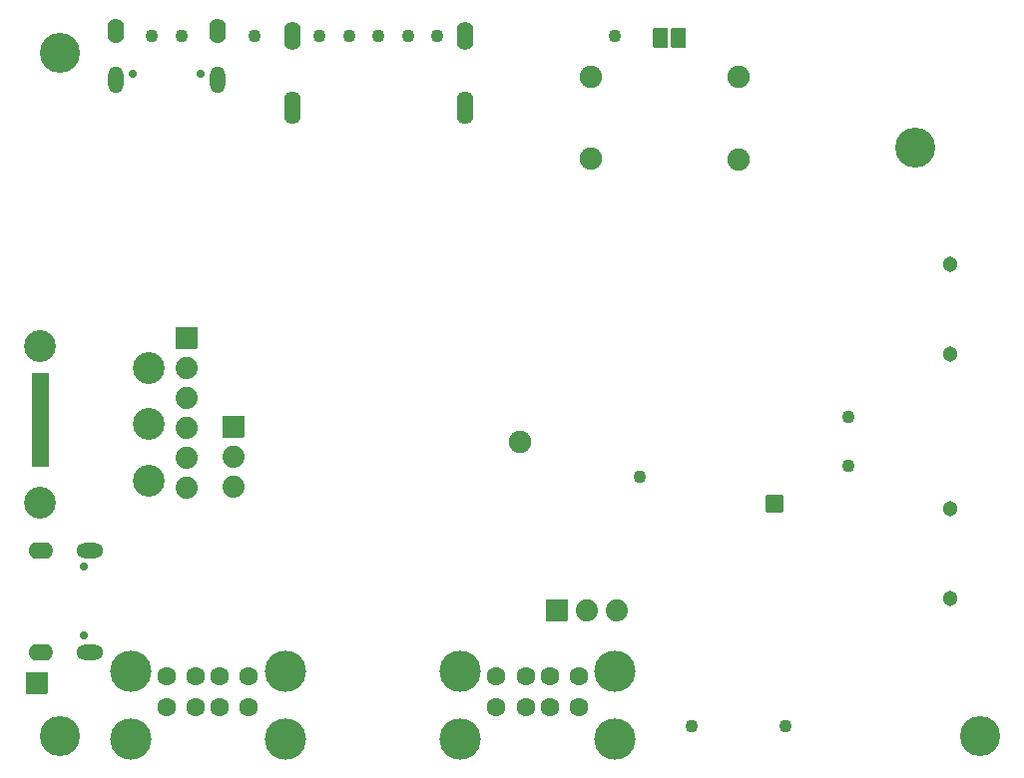
<source format=gbr>
%TF.GenerationSoftware,KiCad,Pcbnew,7.0.9-7.0.9~ubuntu22.04.1*%
%TF.CreationDate,2025-04-18T14:33:26+03:00*%
%TF.ProjectId,RP2350pc_Rev_A,52503233-3530-4706-935f-5265765f412e,A*%
%TF.SameCoordinates,PX68e7780PY7735940*%
%TF.FileFunction,Soldermask,Bot*%
%TF.FilePolarity,Negative*%
%FSLAX46Y46*%
G04 Gerber Fmt 4.6, Leading zero omitted, Abs format (unit mm)*
G04 Created by KiCad (PCBNEW 7.0.9-7.0.9~ubuntu22.04.1) date 2025-04-18 14:33:26*
%MOMM*%
%LPD*%
G01*
G04 APERTURE LIST*
G04 Aperture macros list*
%AMRoundRect*
0 Rectangle with rounded corners*
0 $1 Rounding radius*
0 $2 $3 $4 $5 $6 $7 $8 $9 X,Y pos of 4 corners*
0 Add a 4 corners polygon primitive as box body*
4,1,4,$2,$3,$4,$5,$6,$7,$8,$9,$2,$3,0*
0 Add four circle primitives for the rounded corners*
1,1,$1+$1,$2,$3*
1,1,$1+$1,$4,$5*
1,1,$1+$1,$6,$7*
1,1,$1+$1,$8,$9*
0 Add four rect primitives between the rounded corners*
20,1,$1+$1,$2,$3,$4,$5,0*
20,1,$1+$1,$4,$5,$6,$7,0*
20,1,$1+$1,$6,$7,$8,$9,0*
20,1,$1+$1,$8,$9,$2,$3,0*%
G04 Aperture macros list end*
%ADD10C,3.401600*%
%ADD11RoundRect,0.050800X-0.889000X0.889000X-0.889000X-0.889000X0.889000X-0.889000X0.889000X0.889000X0*%
%ADD12C,1.879600*%
%ADD13O,1.401600X2.401600*%
%ADD14O,1.401600X2.801600*%
%ADD15C,3.501600*%
%ADD16C,1.601600*%
%ADD17C,1.901600*%
%ADD18C,1.101600*%
%ADD19C,1.301600*%
%ADD20RoundRect,0.050800X-0.889000X-0.889000X0.889000X-0.889000X0.889000X0.889000X-0.889000X0.889000X0*%
%ADD21RoundRect,0.050800X0.889000X0.889000X-0.889000X0.889000X-0.889000X-0.889000X0.889000X-0.889000X0*%
%ADD22C,0.701600*%
%ADD23O,2.301600X1.301600*%
%ADD24O,2.101600X1.401600*%
%ADD25C,2.701600*%
%ADD26O,1.301600X2.301600*%
%ADD27O,1.401600X2.101600*%
%ADD28RoundRect,0.050800X0.700000X0.700000X-0.700000X0.700000X-0.700000X-0.700000X0.700000X-0.700000X0*%
%ADD29RoundRect,0.050800X-0.584200X-0.800100X0.584200X-0.800100X0.584200X0.800100X-0.584200X0.800100X0*%
G04 APERTURE END LIST*
D10*
%TO.C,MH1*%
X3500000Y3500000D03*
%TD*%
%TO.C,MH3*%
X76000000Y53500000D03*
%TD*%
%TO.C,MH4*%
X81500000Y3500000D03*
%TD*%
%TO.C,MH2*%
X3500000Y61500000D03*
%TD*%
D11*
%TO.C,SWD1*%
X18200000Y29740000D03*
D12*
X18200000Y27200000D03*
X18200000Y24660000D03*
%TD*%
D13*
%TO.C,DVI1*%
X23200000Y62950000D03*
D14*
X23200000Y56900000D03*
D13*
X37800000Y62950000D03*
D14*
X37800000Y56900000D03*
%TD*%
D15*
%TO.C,USB_HOST1-2*%
X9430000Y9000000D03*
X9430000Y3300000D03*
X22570000Y9000000D03*
X22570000Y3300000D03*
D16*
X12500000Y8620000D03*
X15000000Y8620000D03*
X17000000Y8620000D03*
X19500000Y8620000D03*
X12500000Y6000000D03*
X15000000Y6000000D03*
X17000000Y6000000D03*
X19500000Y6000000D03*
%TD*%
D17*
%TO.C,Line-In1*%
X48500000Y59525000D03*
X48500000Y52525000D03*
%TD*%
%TO.C,HEADSETS1*%
X61000000Y59500000D03*
X61000000Y52500000D03*
%TD*%
D18*
%TO.C,MICRO_SD1*%
X65048000Y4367800D03*
X57047000Y4367800D03*
%TD*%
D15*
%TO.C,USB_HOST3-4*%
X37430000Y9000000D03*
X37430000Y3300000D03*
X50570000Y9000000D03*
X50570000Y3300000D03*
D16*
X40500000Y8620000D03*
X43000000Y8620000D03*
X45000000Y8620000D03*
X47500000Y8620000D03*
X40500000Y6000000D03*
X43000000Y6000000D03*
X45000000Y6000000D03*
X47500000Y6000000D03*
%TD*%
D19*
%TO.C,UEXT1*%
X79000000Y43560000D03*
X79000000Y35940000D03*
%TD*%
D20*
%TO.C,POT1*%
X45600000Y14200000D03*
D12*
X48140000Y14200000D03*
X50680000Y14200000D03*
%TD*%
D21*
%TO.C,GND1*%
X1500000Y8000000D03*
%TD*%
D11*
%TO.C,EXT1*%
X14200000Y37350000D03*
D12*
X14200000Y34810000D03*
X14200000Y32270000D03*
X14200000Y29730000D03*
X14200000Y27190000D03*
X14200000Y24650000D03*
%TD*%
D22*
%TO.C,USB-PGM1*%
X5530000Y12110000D03*
X5530000Y17890000D03*
D23*
X6030000Y10680000D03*
X6030000Y19320000D03*
D24*
X1850000Y10680000D03*
X1850000Y19320000D03*
%TD*%
D25*
%TO.C,PWR_ON/OFF1*%
X1800000Y23350000D03*
X1800000Y36650000D03*
X11000000Y25200000D03*
X11000000Y30000000D03*
X11000000Y34800000D03*
%TD*%
D22*
%TO.C,USB-PWR1*%
X9610000Y59720000D03*
X15390000Y59720000D03*
D26*
X8180000Y59220000D03*
X16820000Y59220000D03*
D27*
X8180000Y63400000D03*
X16820000Y63400000D03*
%TD*%
D28*
%TO.C,U8*%
X64100000Y23300000D03*
%TD*%
D17*
%TO.C,U3*%
X42500000Y28500000D03*
%TD*%
D19*
%TO.C,UEXT2*%
X79000000Y22810000D03*
X79000000Y15190000D03*
%TD*%
D18*
%TO.C,HSDA1*%
X35500000Y63000000D03*
%TD*%
%TO.C,HSCL1*%
X33000000Y63000000D03*
%TD*%
D29*
%TO.C,AMP_SHDN_E1*%
X54465000Y62770000D03*
X55989000Y62770000D03*
%TD*%
D18*
%TO.C,+5V_USB1*%
X13750000Y63000000D03*
%TD*%
%TO.C,GNDA1*%
X50500000Y63000000D03*
%TD*%
%TO.C,GND2*%
X11250000Y63000000D03*
%TD*%
%TO.C,VBUS1*%
X25500000Y63000000D03*
%TD*%
%TO.C,+5V1*%
X28000000Y63000000D03*
%TD*%
%TO.C,+5VA1*%
X70340000Y30639000D03*
%TD*%
%TO.C,+1V1*%
X52687000Y25559000D03*
%TD*%
%TO.C,+3.3VA1*%
X70340000Y26448000D03*
%TD*%
%TO.C,VBAT1*%
X20000000Y63000000D03*
%TD*%
%TO.C,+3.3V1*%
X30500000Y63000000D03*
%TD*%
G36*
X2492121Y34329998D02*
G01*
X2538614Y34276342D01*
X2550000Y34224000D01*
X2550000Y26476000D01*
X2529998Y26407879D01*
X2476342Y26361386D01*
X2424000Y26350000D01*
X1176000Y26350000D01*
X1107879Y26370002D01*
X1061386Y26423658D01*
X1050000Y26476000D01*
X1050000Y34224000D01*
X1070002Y34292121D01*
X1123658Y34338614D01*
X1176000Y34350000D01*
X2424000Y34350000D01*
X2492121Y34329998D01*
G37*
M02*

</source>
